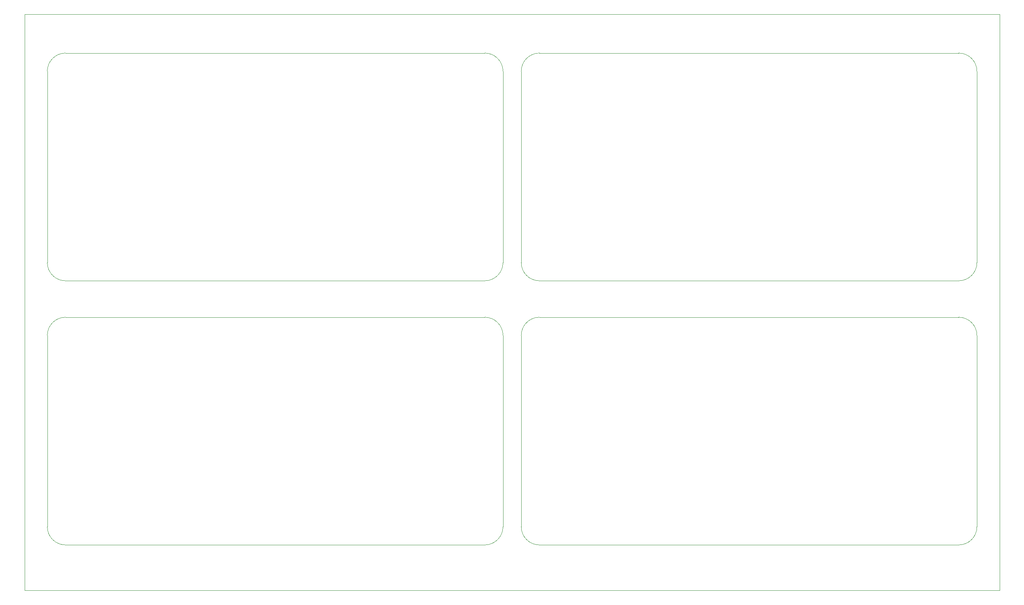
<source format=gbr>
G04 #@! TF.GenerationSoftware,KiCad,Pcbnew,5.1.5-52549c5~86~ubuntu18.04.1*
G04 #@! TF.CreationDate,2020-09-04T15:04:35-03:00*
G04 #@! TF.ProjectId,panel-tp2,70616e65-6c2d-4747-9032-2e6b69636164,v1.0*
G04 #@! TF.SameCoordinates,Original*
G04 #@! TF.FileFunction,Profile,NP*
%FSLAX46Y46*%
G04 Gerber Fmt 4.6, Leading zero omitted, Abs format (unit mm)*
G04 Created by KiCad (PCBNEW 5.1.5-52549c5~86~ubuntu18.04.1) date 2020-09-04 15:04:35*
%MOMM*%
%LPD*%
G04 APERTURE LIST*
%ADD10C,0.050000*%
G04 APERTURE END LIST*
D10*
X234000000Y-133000000D02*
G75*
G02X230000000Y-137000000I-4000000J0D01*
G01*
X234000000Y-91000000D02*
X234000000Y-133000000D01*
X230000000Y-137000000D02*
X138000000Y-137000000D01*
X134000000Y-133000000D02*
X134000000Y-91000000D01*
X134000000Y-91000000D02*
G75*
G02X138000000Y-87000000I4000000J0D01*
G01*
X230000000Y-87000000D02*
G75*
G02X234000000Y-91000000I0J-4000000D01*
G01*
X138000000Y-137000000D02*
G75*
G02X134000000Y-133000000I0J4000000D01*
G01*
X138000000Y-87000000D02*
X230000000Y-87000000D01*
X234000000Y-75000000D02*
G75*
G02X230000000Y-79000000I-4000000J0D01*
G01*
X234000000Y-33000000D02*
X234000000Y-75000000D01*
X230000000Y-79000000D02*
X138000000Y-79000000D01*
X134000000Y-75000000D02*
X134000000Y-33000000D01*
X134000000Y-33000000D02*
G75*
G02X138000000Y-29000000I4000000J0D01*
G01*
X230000000Y-29000000D02*
G75*
G02X234000000Y-33000000I0J-4000000D01*
G01*
X138000000Y-79000000D02*
G75*
G02X134000000Y-75000000I0J4000000D01*
G01*
X138000000Y-29000000D02*
X230000000Y-29000000D01*
X30000000Y-91000000D02*
G75*
G02X34000000Y-87000000I4000000J0D01*
G01*
X30000000Y-133000000D02*
X30000000Y-91000000D01*
X34000000Y-87000000D02*
X126000000Y-87000000D01*
X130000000Y-91000000D02*
X130000000Y-133000000D01*
X130000000Y-133000000D02*
G75*
G02X126000000Y-137000000I-4000000J0D01*
G01*
X34000000Y-137000000D02*
G75*
G02X30000000Y-133000000I0J4000000D01*
G01*
X126000000Y-87000000D02*
G75*
G02X130000000Y-91000000I0J-4000000D01*
G01*
X126000000Y-137000000D02*
X34000000Y-137000000D01*
X25000000Y-20500000D02*
X25000000Y-147000000D01*
X239000000Y-20500000D02*
X25000000Y-20500000D01*
X239000000Y-147000000D02*
X239000000Y-20500000D01*
X25000000Y-147000000D02*
X239000000Y-147000000D01*
X126000000Y-29000000D02*
G75*
G02X130000000Y-33000000I0J-4000000D01*
G01*
X30000000Y-33000000D02*
G75*
G02X34000000Y-29000000I4000000J0D01*
G01*
X34000000Y-79000000D02*
G75*
G02X30000000Y-75000000I0J4000000D01*
G01*
X130000000Y-75000000D02*
G75*
G02X126000000Y-79000000I-4000000J0D01*
G01*
X130000000Y-33000000D02*
X130000000Y-75000000D01*
X34000000Y-29000000D02*
X126000000Y-29000000D01*
X30000000Y-75000000D02*
X30000000Y-33000000D01*
X126000000Y-79000000D02*
X34000000Y-79000000D01*
M02*

</source>
